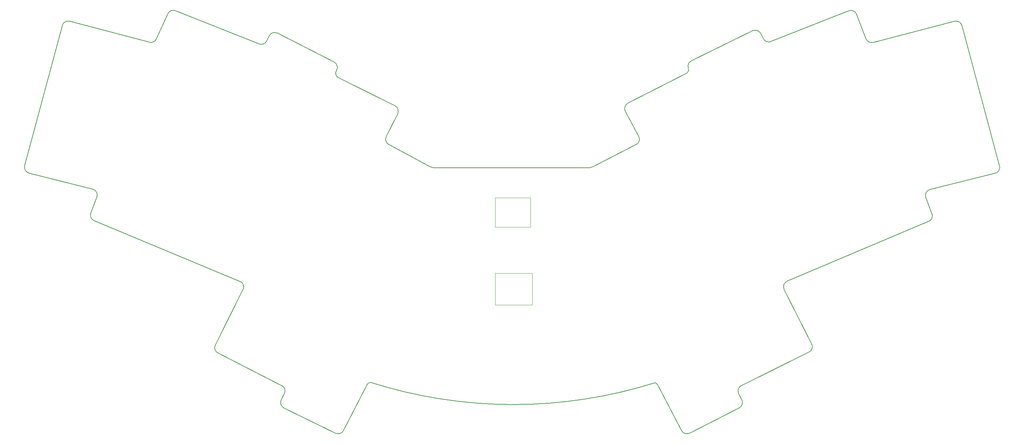
<source format=gbr>
%TF.GenerationSoftware,KiCad,Pcbnew,7.0.2*%
%TF.CreationDate,2024-04-18T14:32:48+02:00*%
%TF.ProjectId,Asfoora,4173666f-6f72-4612-9e6b-696361645f70,rev?*%
%TF.SameCoordinates,Original*%
%TF.FileFunction,Profile,NP*%
%FSLAX46Y46*%
G04 Gerber Fmt 4.6, Leading zero omitted, Abs format (unit mm)*
G04 Created by KiCad (PCBNEW 7.0.2) date 2024-04-18 14:32:48*
%MOMM*%
%LPD*%
G01*
G04 APERTURE LIST*
%TA.AperFunction,Profile*%
%ADD10C,0.150000*%
%TD*%
%TA.AperFunction,Profile*%
%ADD11C,0.050000*%
%TD*%
G04 APERTURE END LIST*
D10*
X184257743Y-65414360D02*
G75*
G03*
X184913263Y-63396860I-681143J1336560D01*
G01*
X182169987Y-55018014D02*
G75*
G03*
X181514463Y-57035510I680913J-1336486D01*
G01*
X242006416Y-38838832D02*
G75*
G03*
X243785439Y-39725803I1390784J561932D01*
G01*
X239599234Y-32613672D02*
X242006434Y-38838825D01*
X108966669Y-46813766D02*
G75*
G03*
X108376875Y-44663150I-1274469J806666D01*
G01*
X110749587Y-137272342D02*
X116546623Y-125895018D01*
X48118599Y-84545917D02*
X84852401Y-99817015D01*
X108732097Y-137927856D02*
G75*
G03*
X110749587Y-137272343I681003J1336456D01*
G01*
X78547794Y-115788422D02*
X85507925Y-101834511D01*
X117432955Y-125145150D02*
G75*
G03*
X188997877Y-125261009I35965045J112722150D01*
G01*
X89518055Y-40112543D02*
G75*
G03*
X91416483Y-39402731I561845J1390943D01*
G01*
X133856573Y-71273796D02*
X172037705Y-71273796D01*
D11*
X157734000Y-78740000D02*
X149098000Y-78740000D01*
D10*
X30657506Y-70724796D02*
X40104402Y-35468503D01*
X239599242Y-32613669D02*
G75*
G03*
X237646548Y-31784807I-1390742J-561831D01*
G01*
X117432957Y-125145159D02*
G75*
G03*
X116546622Y-125895018I450243J-1430941D01*
G01*
X189760518Y-125939425D02*
X195644692Y-137272342D01*
X121481014Y-63396860D02*
X124348000Y-57690000D01*
X197662188Y-137927867D02*
X210136279Y-131572000D01*
X218114048Y-39518783D02*
X237646548Y-31784807D01*
X94120770Y-37399302D02*
X108376875Y-44663151D01*
X181514463Y-57035510D02*
X184913264Y-63396860D01*
X227690951Y-117555898D02*
G75*
G03*
X228346485Y-115538423I-680951J1336498D01*
G01*
X48813675Y-78432533D02*
G75*
G03*
X47926670Y-76653521I-1448875J388233D01*
G01*
X79203318Y-117805918D02*
X95241435Y-125977747D01*
X47231683Y-82766929D02*
G75*
G03*
X48118599Y-84545917I1448817J-388271D01*
G01*
D11*
X148848000Y-97731500D02*
X158148000Y-97733932D01*
D10*
X41941510Y-34407879D02*
G75*
G03*
X40104403Y-35468502I-388210J-1448921D01*
G01*
X198022281Y-44426656D02*
X213511341Y-36805563D01*
X257863552Y-76767207D02*
G75*
G03*
X256976581Y-78546230I561948J-1390793D01*
G01*
X124348027Y-57690014D02*
G75*
G03*
X123692475Y-55672506I-1336727J680914D01*
G01*
D11*
X148848000Y-105723000D02*
X148848000Y-97731500D01*
D10*
X216215583Y-38809015D02*
G75*
G03*
X218114048Y-39518782I1336517J681015D01*
G01*
X215528837Y-37461088D02*
X216215629Y-38808992D01*
D11*
X157734000Y-86106000D02*
X148844000Y-86106000D01*
D10*
X197006590Y-47439988D02*
G75*
G03*
X197376968Y-46208093I-555990J838788D01*
G01*
X94120782Y-37399280D02*
G75*
G03*
X92103276Y-38054827I-680982J-1336520D01*
G01*
D11*
X148848000Y-105723000D02*
X158150505Y-105722464D01*
D10*
X63769994Y-38796576D02*
X66582164Y-32578580D01*
X61990979Y-39683595D02*
G75*
G03*
X63769994Y-38796576I388221J1448895D01*
G01*
X91416483Y-39402731D02*
X92103275Y-38054827D01*
X243785439Y-39725803D02*
X264239880Y-34442935D01*
X222081285Y-99808014D02*
G75*
G03*
X221425784Y-101825553I680915J-1336486D01*
G01*
X68534849Y-31749715D02*
X89518064Y-40112522D01*
X132494607Y-70946804D02*
G75*
G03*
X133856573Y-71273796I1361993J2673004D01*
G01*
X258601926Y-82932111D02*
X256976580Y-78546230D01*
X121481031Y-63396869D02*
G75*
G03*
X122136538Y-65414355I1336369J-681031D01*
G01*
D11*
X148844000Y-86106000D02*
X148844000Y-78740000D01*
X157734000Y-86106000D02*
X157734000Y-78740000D01*
D10*
X210652844Y-125977747D02*
X227690961Y-117555918D01*
X222081307Y-99808057D02*
X257714947Y-84711116D01*
X274463226Y-72596987D02*
G75*
G03*
X275523891Y-70759888I-388226J1448887D01*
G01*
X198022301Y-44426696D02*
G75*
G03*
X197376968Y-46208093I629699J-1235704D01*
G01*
X173399677Y-70946815D02*
X184257741Y-65414355D01*
X31718167Y-72561913D02*
X47926670Y-76653521D01*
X210791803Y-129554504D02*
X209997320Y-127995243D01*
X108966710Y-46813794D02*
G75*
G03*
X109241823Y-48439999I1004690J-666406D01*
G01*
X95896991Y-127995259D02*
G75*
G03*
X95241435Y-125977748I-1336591J680959D01*
G01*
X257714937Y-84711092D02*
G75*
G03*
X258601925Y-82932111I-561937J1390792D01*
G01*
X95758000Y-131572000D02*
X108732091Y-137927867D01*
X266076996Y-35503595D02*
X275523892Y-70759888D01*
X78547783Y-115788417D02*
G75*
G03*
X79203317Y-117805917I1336517J-680983D01*
G01*
X47231619Y-82766912D02*
X48813650Y-78432526D01*
X182169987Y-55018014D02*
X197006598Y-47440000D01*
X257863559Y-76767225D02*
X274463231Y-72597005D01*
D11*
X158148000Y-97733932D02*
X158150505Y-105722464D01*
D10*
X95102494Y-129554513D02*
G75*
G03*
X95758000Y-131571999I1336506J-680987D01*
G01*
X41941519Y-34407844D02*
X61990989Y-39683556D01*
X109241822Y-48440000D02*
X123692475Y-55672505D01*
X95896959Y-127995243D02*
X95102476Y-129554504D01*
D11*
X148844000Y-78740000D02*
X149098000Y-78740000D01*
D10*
X210652856Y-125977771D02*
G75*
G03*
X209997320Y-127995243I681044J-1336529D01*
G01*
X30657482Y-70724789D02*
G75*
G03*
X31718167Y-72561912I1448918J-388211D01*
G01*
X189760518Y-125939425D02*
G75*
G03*
X188997877Y-125261009I-1249518J-636775D01*
G01*
X221425783Y-101825553D02*
X228346485Y-115538422D01*
X210136283Y-131572009D02*
G75*
G03*
X210791802Y-129554504I-680983J1336509D01*
G01*
X85507970Y-101834534D02*
G75*
G03*
X84852401Y-99817015I-1336670J680934D01*
G01*
X195644707Y-137272335D02*
G75*
G03*
X197662188Y-137927866I1336493J680935D01*
G01*
X215528896Y-37461058D02*
G75*
G03*
X213511341Y-36805563I-1336496J-680942D01*
G01*
X68534856Y-31749699D02*
G75*
G03*
X66582165Y-32578581I-561856J-1390901D01*
G01*
X122136538Y-65414356D02*
X132494602Y-70946815D01*
X172037705Y-71273797D02*
G75*
G03*
X173399677Y-70946816I95J2999597D01*
G01*
X266077039Y-35503584D02*
G75*
G03*
X264239880Y-34442935I-1448939J-388316D01*
G01*
M02*

</source>
